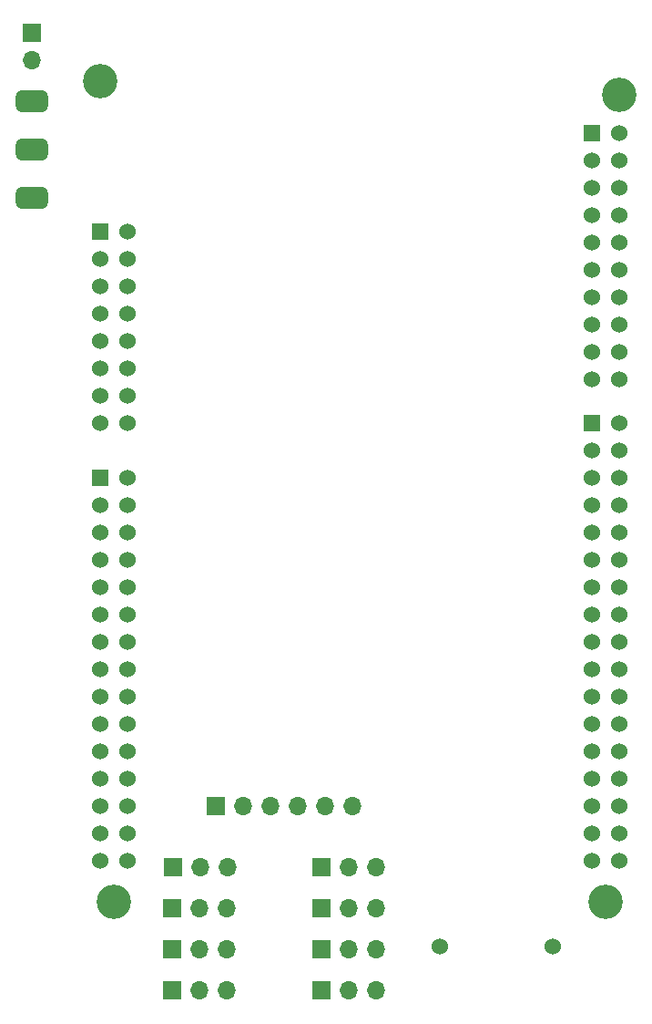
<source format=gbr>
%TF.GenerationSoftware,KiCad,Pcbnew,(6.0.2-0)*%
%TF.CreationDate,2022-03-29T11:50:41+01:00*%
%TF.ProjectId,Main-Craft-PCB,4d61696e-2d43-4726-9166-742d5043422e,rev?*%
%TF.SameCoordinates,Original*%
%TF.FileFunction,Soldermask,Bot*%
%TF.FilePolarity,Negative*%
%FSLAX46Y46*%
G04 Gerber Fmt 4.6, Leading zero omitted, Abs format (unit mm)*
G04 Created by KiCad (PCBNEW (6.0.2-0)) date 2022-03-29 11:50:41*
%MOMM*%
%LPD*%
G01*
G04 APERTURE LIST*
G04 Aperture macros list*
%AMRoundRect*
0 Rectangle with rounded corners*
0 $1 Rounding radius*
0 $2 $3 $4 $5 $6 $7 $8 $9 X,Y pos of 4 corners*
0 Add a 4 corners polygon primitive as box body*
4,1,4,$2,$3,$4,$5,$6,$7,$8,$9,$2,$3,0*
0 Add four circle primitives for the rounded corners*
1,1,$1+$1,$2,$3*
1,1,$1+$1,$4,$5*
1,1,$1+$1,$6,$7*
1,1,$1+$1,$8,$9*
0 Add four rect primitives between the rounded corners*
20,1,$1+$1,$2,$3,$4,$5,0*
20,1,$1+$1,$4,$5,$6,$7,0*
20,1,$1+$1,$6,$7,$8,$9,0*
20,1,$1+$1,$8,$9,$2,$3,0*%
G04 Aperture macros list end*
%ADD10R,1.700000X1.700000*%
%ADD11O,1.700000X1.700000*%
%ADD12RoundRect,0.500000X1.000000X-0.500000X1.000000X0.500000X-1.000000X0.500000X-1.000000X-0.500000X0*%
%ADD13C,3.200000*%
%ADD14C,1.530000*%
%ADD15R,1.530000X1.530000*%
%ADD16C,1.524000*%
G04 APERTURE END LIST*
D10*
%TO.C,J10*%
X141605000Y-127635000D03*
D11*
X144145000Y-127635000D03*
X146685000Y-127635000D03*
X149225000Y-127635000D03*
X151765000Y-127635000D03*
X154305000Y-127635000D03*
%TD*%
D10*
%TO.C,J4*%
X151373990Y-140970000D03*
D11*
X153913990Y-140970000D03*
X156453990Y-140970000D03*
%TD*%
D10*
%TO.C,J8*%
X137556000Y-140970000D03*
D11*
X140096000Y-140970000D03*
X142636000Y-140970000D03*
%TD*%
D10*
%TO.C,J2*%
X151373990Y-133350000D03*
D11*
X153913990Y-133350000D03*
X156453990Y-133350000D03*
%TD*%
D10*
%TO.C,J9*%
X137556000Y-144780000D03*
D11*
X140096000Y-144780000D03*
X142636000Y-144780000D03*
%TD*%
D12*
%TO.C,SW7*%
X124460000Y-71175000D03*
X124460000Y-66675000D03*
X124460000Y-62175000D03*
%TD*%
D13*
%TO.C,U1*%
X179070000Y-61590000D03*
X132080000Y-136520000D03*
X130810000Y-60320000D03*
X177800000Y-136520000D03*
D14*
X133350000Y-79370000D03*
X133350000Y-81910000D03*
X133350000Y-84450000D03*
X133350000Y-86990000D03*
X130810000Y-125090000D03*
X133350000Y-127630000D03*
X130810000Y-76830000D03*
X130810000Y-79370000D03*
X130810000Y-81910000D03*
X176530000Y-75306000D03*
X130810000Y-84450000D03*
X130810000Y-86990000D03*
X130810000Y-89530000D03*
X130810000Y-92070000D03*
X176530000Y-127630000D03*
X176530000Y-85466000D03*
X176530000Y-130170000D03*
X176530000Y-102230000D03*
X130810000Y-102230000D03*
X130810000Y-99690000D03*
X133350000Y-104770000D03*
X133350000Y-107310000D03*
X133350000Y-102230000D03*
X133350000Y-89530000D03*
X133350000Y-99690000D03*
X133350000Y-92070000D03*
X133350000Y-97150000D03*
X133350000Y-112390000D03*
X176530000Y-122550000D03*
X133350000Y-122550000D03*
X133350000Y-114930000D03*
X133350000Y-109850000D03*
X133350000Y-117470000D03*
X130810000Y-120010000D03*
X130810000Y-117470000D03*
X130810000Y-122550000D03*
X133350000Y-125090000D03*
X130810000Y-130170000D03*
X133350000Y-130170000D03*
X130810000Y-127630000D03*
X133350000Y-132710000D03*
X130810000Y-132710000D03*
X179070000Y-72766000D03*
X133350000Y-120010000D03*
X179070000Y-109850000D03*
X133350000Y-76830000D03*
X133350000Y-74290000D03*
X179070000Y-65146000D03*
D15*
X176530000Y-65146000D03*
D14*
X179070000Y-67686000D03*
X179070000Y-70226000D03*
D15*
X176530000Y-92070000D03*
D14*
X176530000Y-125090000D03*
X179070000Y-75306000D03*
X179070000Y-77846000D03*
X179070000Y-80386000D03*
X130810000Y-114930000D03*
X176530000Y-72766000D03*
X176530000Y-107310000D03*
X179070000Y-132710000D03*
X176530000Y-77846000D03*
X179070000Y-117470000D03*
X176530000Y-109850000D03*
X176530000Y-99690000D03*
X179070000Y-130170000D03*
X176530000Y-67686000D03*
X176530000Y-88006000D03*
X176530000Y-80386000D03*
X176530000Y-70226000D03*
X176530000Y-82926000D03*
X176530000Y-94610000D03*
X130810000Y-107310000D03*
D15*
X130810000Y-97150000D03*
D14*
X176530000Y-104770000D03*
X176530000Y-97150000D03*
X179070000Y-112390000D03*
X176530000Y-114930000D03*
X130810000Y-109850000D03*
X176530000Y-117470000D03*
X179070000Y-114930000D03*
X176530000Y-120010000D03*
X179070000Y-82926000D03*
X179070000Y-120010000D03*
X179070000Y-85466000D03*
X179070000Y-122550000D03*
X179070000Y-99690000D03*
X179070000Y-125090000D03*
X179070000Y-94610000D03*
X179070000Y-127630000D03*
X179070000Y-102230000D03*
X179070000Y-97150000D03*
X179070000Y-92070000D03*
X130810000Y-104770000D03*
X179070000Y-88006000D03*
X179070000Y-104770000D03*
X179070000Y-107310000D03*
X176530000Y-132710000D03*
X176530000Y-112390000D03*
X130810000Y-112390000D03*
D15*
X130810000Y-74290000D03*
%TD*%
D10*
%TO.C,BT1*%
X124460000Y-55880000D03*
D11*
X124460000Y-58420000D03*
%TD*%
D10*
%TO.C,J5*%
X151373990Y-144780000D03*
D11*
X153913990Y-144780000D03*
X156453990Y-144780000D03*
%TD*%
D10*
%TO.C,J7*%
X137556000Y-137160000D03*
D11*
X140096000Y-137160000D03*
X142636000Y-137160000D03*
%TD*%
D10*
%TO.C,J3*%
X151388990Y-137160000D03*
D11*
X153928990Y-137160000D03*
X156468990Y-137160000D03*
%TD*%
D10*
%TO.C,J6*%
X137571000Y-133350000D03*
D11*
X140111000Y-133350000D03*
X142651000Y-133350000D03*
%TD*%
D16*
%TO.C,BZ1*%
X162390000Y-140716000D03*
X172890000Y-140716000D03*
%TD*%
M02*

</source>
